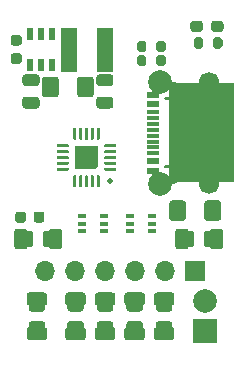
<source format=gbr>
%TF.GenerationSoftware,KiCad,Pcbnew,(5.1.9-0-10_14)*%
%TF.CreationDate,2021-06-16T11:10:57+01:00*%
%TF.ProjectId,Generic,47656e65-7269-4632-9e6b-696361645f70,4*%
%TF.SameCoordinates,Original*%
%TF.FileFunction,Soldermask,Top*%
%TF.FilePolarity,Negative*%
%FSLAX46Y46*%
G04 Gerber Fmt 4.6, Leading zero omitted, Abs format (unit mm)*
G04 Created by KiCad (PCBNEW (5.1.9-0-10_14)) date 2021-06-16 11:10:57*
%MOMM*%
%LPD*%
G01*
G04 APERTURE LIST*
%ADD10C,2.000000*%
%ADD11R,2.000000X2.000000*%
%ADD12R,0.650000X0.400000*%
%ADD13R,0.600000X1.100000*%
%ADD14R,1.425000X3.700000*%
%ADD15R,1.700000X1.700000*%
%ADD16O,1.700000X1.700000*%
%ADD17C,0.350000*%
%ADD18C,0.500000*%
%ADD19C,0.100000*%
%ADD20R,1.140000X0.600000*%
%ADD21C,1.700000*%
%ADD22R,1.140000X0.300000*%
G04 APERTURE END LIST*
D10*
%TO.C,J3*%
X126600000Y-125460000D03*
D11*
X126600000Y-128000000D03*
%TD*%
%TO.C,R16*%
G36*
G01*
X126475000Y-103325000D02*
X126475000Y-103875000D01*
G75*
G02*
X126275000Y-104075000I-200000J0D01*
G01*
X125875000Y-104075000D01*
G75*
G02*
X125675000Y-103875000I0J200000D01*
G01*
X125675000Y-103325000D01*
G75*
G02*
X125875000Y-103125000I200000J0D01*
G01*
X126275000Y-103125000D01*
G75*
G02*
X126475000Y-103325000I0J-200000D01*
G01*
G37*
G36*
G01*
X128125000Y-103325000D02*
X128125000Y-103875000D01*
G75*
G02*
X127925000Y-104075000I-200000J0D01*
G01*
X127525000Y-104075000D01*
G75*
G02*
X127325000Y-103875000I0J200000D01*
G01*
X127325000Y-103325000D01*
G75*
G02*
X127525000Y-103125000I200000J0D01*
G01*
X127925000Y-103125000D01*
G75*
G02*
X128125000Y-103325000I0J-200000D01*
G01*
G37*
%TD*%
%TO.C,D6*%
G36*
G01*
X126575000Y-118425000D02*
X126575000Y-117175000D01*
G75*
G02*
X126825000Y-116925000I250000J0D01*
G01*
X127750000Y-116925000D01*
G75*
G02*
X128000000Y-117175000I0J-250000D01*
G01*
X128000000Y-118425000D01*
G75*
G02*
X127750000Y-118675000I-250000J0D01*
G01*
X126825000Y-118675000D01*
G75*
G02*
X126575000Y-118425000I0J250000D01*
G01*
G37*
G36*
G01*
X123600000Y-118425000D02*
X123600000Y-117175000D01*
G75*
G02*
X123850000Y-116925000I250000J0D01*
G01*
X124775000Y-116925000D01*
G75*
G02*
X125025000Y-117175000I0J-250000D01*
G01*
X125025000Y-118425000D01*
G75*
G02*
X124775000Y-118675000I-250000J0D01*
G01*
X123850000Y-118675000D01*
G75*
G02*
X123600000Y-118425000I0J250000D01*
G01*
G37*
%TD*%
%TO.C,D5*%
G36*
G01*
X126450000Y-101962500D02*
X126450000Y-102437500D01*
G75*
G02*
X126212500Y-102675000I-237500J0D01*
G01*
X125637500Y-102675000D01*
G75*
G02*
X125400000Y-102437500I0J237500D01*
G01*
X125400000Y-101962500D01*
G75*
G02*
X125637500Y-101725000I237500J0D01*
G01*
X126212500Y-101725000D01*
G75*
G02*
X126450000Y-101962500I0J-237500D01*
G01*
G37*
G36*
G01*
X128200000Y-101962500D02*
X128200000Y-102437500D01*
G75*
G02*
X127962500Y-102675000I-237500J0D01*
G01*
X127387500Y-102675000D01*
G75*
G02*
X127150000Y-102437500I0J237500D01*
G01*
X127150000Y-101962500D01*
G75*
G02*
X127387500Y-101725000I237500J0D01*
G01*
X127962500Y-101725000D01*
G75*
G02*
X128200000Y-101962500I0J-237500D01*
G01*
G37*
%TD*%
D12*
%TO.C,D3*%
X118100000Y-118250000D03*
X118100000Y-119550000D03*
X116200000Y-118900000D03*
X118100000Y-118900000D03*
X116200000Y-119550000D03*
X116200000Y-118250000D03*
%TD*%
%TO.C,D2*%
X122150000Y-118250000D03*
X122150000Y-119550000D03*
X120250000Y-118900000D03*
X122150000Y-118900000D03*
X120250000Y-119550000D03*
X120250000Y-118250000D03*
%TD*%
%TO.C,C2*%
G36*
G01*
X111475000Y-118100000D02*
X111475000Y-118600000D01*
G75*
G02*
X111250000Y-118825000I-225000J0D01*
G01*
X110800000Y-118825000D01*
G75*
G02*
X110575000Y-118600000I0J225000D01*
G01*
X110575000Y-118100000D01*
G75*
G02*
X110800000Y-117875000I225000J0D01*
G01*
X111250000Y-117875000D01*
G75*
G02*
X111475000Y-118100000I0J-225000D01*
G01*
G37*
G36*
G01*
X113025000Y-118100000D02*
X113025000Y-118600000D01*
G75*
G02*
X112800000Y-118825000I-225000J0D01*
G01*
X112350000Y-118825000D01*
G75*
G02*
X112125000Y-118600000I0J225000D01*
G01*
X112125000Y-118100000D01*
G75*
G02*
X112350000Y-117875000I225000J0D01*
G01*
X112800000Y-117875000D01*
G75*
G02*
X113025000Y-118100000I0J-225000D01*
G01*
G37*
%TD*%
D13*
%TO.C,Reg1*%
X113700000Y-102800000D03*
X111800000Y-102800000D03*
X112750000Y-102800000D03*
X111800000Y-105500000D03*
X112750000Y-105500000D03*
X113700000Y-105500000D03*
G36*
G01*
X117675000Y-106250000D02*
X118625000Y-106250000D01*
G75*
G02*
X118875000Y-106500000I0J-250000D01*
G01*
X118875000Y-107000000D01*
G75*
G02*
X118625000Y-107250000I-250000J0D01*
G01*
X117675000Y-107250000D01*
G75*
G02*
X117425000Y-107000000I0J250000D01*
G01*
X117425000Y-106500000D01*
G75*
G02*
X117675000Y-106250000I250000J0D01*
G01*
G37*
G36*
G01*
X117675000Y-108150000D02*
X118625000Y-108150000D01*
G75*
G02*
X118875000Y-108400000I0J-250000D01*
G01*
X118875000Y-108900000D01*
G75*
G02*
X118625000Y-109150000I-250000J0D01*
G01*
X117675000Y-109150000D01*
G75*
G02*
X117425000Y-108900000I0J250000D01*
G01*
X117425000Y-108400000D01*
G75*
G02*
X117675000Y-108150000I250000J0D01*
G01*
G37*
G36*
G01*
X111425000Y-108150000D02*
X112375000Y-108150000D01*
G75*
G02*
X112625000Y-108400000I0J-250000D01*
G01*
X112625000Y-108900000D01*
G75*
G02*
X112375000Y-109150000I-250000J0D01*
G01*
X111425000Y-109150000D01*
G75*
G02*
X111175000Y-108900000I0J250000D01*
G01*
X111175000Y-108400000D01*
G75*
G02*
X111425000Y-108150000I250000J0D01*
G01*
G37*
G36*
G01*
X111425000Y-106250000D02*
X112375000Y-106250000D01*
G75*
G02*
X112625000Y-106500000I0J-250000D01*
G01*
X112625000Y-107000000D01*
G75*
G02*
X112375000Y-107250000I-250000J0D01*
G01*
X111425000Y-107250000D01*
G75*
G02*
X111175000Y-107000000I0J250000D01*
G01*
X111175000Y-106500000D01*
G75*
G02*
X111425000Y-106250000I250000J0D01*
G01*
G37*
G36*
G01*
X110900000Y-103825000D02*
X110400000Y-103825000D01*
G75*
G02*
X110175000Y-103600000I0J225000D01*
G01*
X110175000Y-103150000D01*
G75*
G02*
X110400000Y-102925000I225000J0D01*
G01*
X110900000Y-102925000D01*
G75*
G02*
X111125000Y-103150000I0J-225000D01*
G01*
X111125000Y-103600000D01*
G75*
G02*
X110900000Y-103825000I-225000J0D01*
G01*
G37*
G36*
G01*
X110900000Y-105375000D02*
X110400000Y-105375000D01*
G75*
G02*
X110175000Y-105150000I0J225000D01*
G01*
X110175000Y-104700000D01*
G75*
G02*
X110400000Y-104475000I225000J0D01*
G01*
X110900000Y-104475000D01*
G75*
G02*
X111125000Y-104700000I0J-225000D01*
G01*
X111125000Y-105150000D01*
G75*
G02*
X110900000Y-105375000I-225000J0D01*
G01*
G37*
G36*
G01*
X112825000Y-107945626D02*
X112825000Y-106694374D01*
G75*
G02*
X113074374Y-106445000I249374J0D01*
G01*
X114000626Y-106445000D01*
G75*
G02*
X114250000Y-106694374I0J-249374D01*
G01*
X114250000Y-107945626D01*
G75*
G02*
X114000626Y-108195000I-249374J0D01*
G01*
X113074374Y-108195000D01*
G75*
G02*
X112825000Y-107945626I0J249374D01*
G01*
G37*
G36*
G01*
X115800000Y-107945626D02*
X115800000Y-106694374D01*
G75*
G02*
X116049374Y-106445000I249374J0D01*
G01*
X116975626Y-106445000D01*
G75*
G02*
X117225000Y-106694374I0J-249374D01*
G01*
X117225000Y-107945626D01*
G75*
G02*
X116975626Y-108195000I-249374J0D01*
G01*
X116049374Y-108195000D01*
G75*
G02*
X115800000Y-107945626I0J249374D01*
G01*
G37*
D14*
X118150000Y-104200000D03*
X115150000Y-104200000D03*
%TD*%
%TO.C,R8*%
G36*
G01*
X121675000Y-104825000D02*
X121675000Y-105375000D01*
G75*
G02*
X121475000Y-105575000I-200000J0D01*
G01*
X121075000Y-105575000D01*
G75*
G02*
X120875000Y-105375000I0J200000D01*
G01*
X120875000Y-104825000D01*
G75*
G02*
X121075000Y-104625000I200000J0D01*
G01*
X121475000Y-104625000D01*
G75*
G02*
X121675000Y-104825000I0J-200000D01*
G01*
G37*
G36*
G01*
X123325000Y-104825000D02*
X123325000Y-105375000D01*
G75*
G02*
X123125000Y-105575000I-200000J0D01*
G01*
X122725000Y-105575000D01*
G75*
G02*
X122525000Y-105375000I0J200000D01*
G01*
X122525000Y-104825000D01*
G75*
G02*
X122725000Y-104625000I200000J0D01*
G01*
X123125000Y-104625000D01*
G75*
G02*
X123325000Y-104825000I0J-200000D01*
G01*
G37*
%TD*%
%TO.C,R7*%
G36*
G01*
X122525000Y-104175000D02*
X122525000Y-103625000D01*
G75*
G02*
X122725000Y-103425000I200000J0D01*
G01*
X123125000Y-103425000D01*
G75*
G02*
X123325000Y-103625000I0J-200000D01*
G01*
X123325000Y-104175000D01*
G75*
G02*
X123125000Y-104375000I-200000J0D01*
G01*
X122725000Y-104375000D01*
G75*
G02*
X122525000Y-104175000I0J200000D01*
G01*
G37*
G36*
G01*
X120875000Y-104175000D02*
X120875000Y-103625000D01*
G75*
G02*
X121075000Y-103425000I200000J0D01*
G01*
X121475000Y-103425000D01*
G75*
G02*
X121675000Y-103625000I0J-200000D01*
G01*
X121675000Y-104175000D01*
G75*
G02*
X121475000Y-104375000I-200000J0D01*
G01*
X121075000Y-104375000D01*
G75*
G02*
X120875000Y-104175000I0J200000D01*
G01*
G37*
%TD*%
%TO.C,R6*%
G36*
G01*
X111075000Y-120649900D02*
X111075000Y-119750100D01*
G75*
G02*
X111325100Y-119500000I250100J0D01*
G01*
X111849900Y-119500000D01*
G75*
G02*
X112100000Y-119750100I0J-250100D01*
G01*
X112100000Y-120649900D01*
G75*
G02*
X111849900Y-120900000I-250100J0D01*
G01*
X111325100Y-120900000D01*
G75*
G02*
X111075000Y-120649900I0J250100D01*
G01*
G37*
G36*
G01*
X112900000Y-120649900D02*
X112900000Y-119750100D01*
G75*
G02*
X113150100Y-119500000I250100J0D01*
G01*
X113674900Y-119500000D01*
G75*
G02*
X113925000Y-119750100I0J-250100D01*
G01*
X113925000Y-120649900D01*
G75*
G02*
X113674900Y-120900000I-250100J0D01*
G01*
X113150100Y-120900000D01*
G75*
G02*
X112900000Y-120649900I0J250100D01*
G01*
G37*
G36*
G01*
X113400000Y-120825250D02*
X113400000Y-119574750D01*
G75*
G02*
X113649750Y-119325000I249750J0D01*
G01*
X114275250Y-119325000D01*
G75*
G02*
X114525000Y-119574750I0J-249750D01*
G01*
X114525000Y-120825250D01*
G75*
G02*
X114275250Y-121075000I-249750J0D01*
G01*
X113649750Y-121075000D01*
G75*
G02*
X113400000Y-120825250I0J249750D01*
G01*
G37*
G36*
G01*
X110475000Y-120825250D02*
X110475000Y-119574750D01*
G75*
G02*
X110724750Y-119325000I249750J0D01*
G01*
X111350250Y-119325000D01*
G75*
G02*
X111600000Y-119574750I0J-249750D01*
G01*
X111600000Y-120825250D01*
G75*
G02*
X111350250Y-121075000I-249750J0D01*
G01*
X110724750Y-121075000D01*
G75*
G02*
X110475000Y-120825250I0J249750D01*
G01*
G37*
%TD*%
%TO.C,R5*%
G36*
G01*
X112849900Y-128175000D02*
X111950100Y-128175000D01*
G75*
G02*
X111700000Y-127924900I0J250100D01*
G01*
X111700000Y-127400100D01*
G75*
G02*
X111950100Y-127150000I250100J0D01*
G01*
X112849900Y-127150000D01*
G75*
G02*
X113100000Y-127400100I0J-250100D01*
G01*
X113100000Y-127924900D01*
G75*
G02*
X112849900Y-128175000I-250100J0D01*
G01*
G37*
G36*
G01*
X112849900Y-126350000D02*
X111950100Y-126350000D01*
G75*
G02*
X111700000Y-126099900I0J250100D01*
G01*
X111700000Y-125575100D01*
G75*
G02*
X111950100Y-125325000I250100J0D01*
G01*
X112849900Y-125325000D01*
G75*
G02*
X113100000Y-125575100I0J-250100D01*
G01*
X113100000Y-126099900D01*
G75*
G02*
X112849900Y-126350000I-250100J0D01*
G01*
G37*
G36*
G01*
X113025250Y-125850000D02*
X111774750Y-125850000D01*
G75*
G02*
X111525000Y-125600250I0J249750D01*
G01*
X111525000Y-124974750D01*
G75*
G02*
X111774750Y-124725000I249750J0D01*
G01*
X113025250Y-124725000D01*
G75*
G02*
X113275000Y-124974750I0J-249750D01*
G01*
X113275000Y-125600250D01*
G75*
G02*
X113025250Y-125850000I-249750J0D01*
G01*
G37*
G36*
G01*
X113025250Y-128775000D02*
X111774750Y-128775000D01*
G75*
G02*
X111525000Y-128525250I0J249750D01*
G01*
X111525000Y-127899750D01*
G75*
G02*
X111774750Y-127650000I249750J0D01*
G01*
X113025250Y-127650000D01*
G75*
G02*
X113275000Y-127899750I0J-249750D01*
G01*
X113275000Y-128525250D01*
G75*
G02*
X113025250Y-128775000I-249750J0D01*
G01*
G37*
%TD*%
%TO.C,R4*%
G36*
G01*
X116119900Y-128175000D02*
X115220100Y-128175000D01*
G75*
G02*
X114970000Y-127924900I0J250100D01*
G01*
X114970000Y-127400100D01*
G75*
G02*
X115220100Y-127150000I250100J0D01*
G01*
X116119900Y-127150000D01*
G75*
G02*
X116370000Y-127400100I0J-250100D01*
G01*
X116370000Y-127924900D01*
G75*
G02*
X116119900Y-128175000I-250100J0D01*
G01*
G37*
G36*
G01*
X116119900Y-126350000D02*
X115220100Y-126350000D01*
G75*
G02*
X114970000Y-126099900I0J250100D01*
G01*
X114970000Y-125575100D01*
G75*
G02*
X115220100Y-125325000I250100J0D01*
G01*
X116119900Y-125325000D01*
G75*
G02*
X116370000Y-125575100I0J-250100D01*
G01*
X116370000Y-126099900D01*
G75*
G02*
X116119900Y-126350000I-250100J0D01*
G01*
G37*
G36*
G01*
X116295250Y-125850000D02*
X115044750Y-125850000D01*
G75*
G02*
X114795000Y-125600250I0J249750D01*
G01*
X114795000Y-124974750D01*
G75*
G02*
X115044750Y-124725000I249750J0D01*
G01*
X116295250Y-124725000D01*
G75*
G02*
X116545000Y-124974750I0J-249750D01*
G01*
X116545000Y-125600250D01*
G75*
G02*
X116295250Y-125850000I-249750J0D01*
G01*
G37*
G36*
G01*
X116295250Y-128775000D02*
X115044750Y-128775000D01*
G75*
G02*
X114795000Y-128525250I0J249750D01*
G01*
X114795000Y-127899750D01*
G75*
G02*
X115044750Y-127650000I249750J0D01*
G01*
X116295250Y-127650000D01*
G75*
G02*
X116545000Y-127899750I0J-249750D01*
G01*
X116545000Y-128525250D01*
G75*
G02*
X116295250Y-128775000I-249750J0D01*
G01*
G37*
%TD*%
%TO.C,R3*%
G36*
G01*
X118619900Y-128175000D02*
X117720100Y-128175000D01*
G75*
G02*
X117470000Y-127924900I0J250100D01*
G01*
X117470000Y-127400100D01*
G75*
G02*
X117720100Y-127150000I250100J0D01*
G01*
X118619900Y-127150000D01*
G75*
G02*
X118870000Y-127400100I0J-250100D01*
G01*
X118870000Y-127924900D01*
G75*
G02*
X118619900Y-128175000I-250100J0D01*
G01*
G37*
G36*
G01*
X118619900Y-126350000D02*
X117720100Y-126350000D01*
G75*
G02*
X117470000Y-126099900I0J250100D01*
G01*
X117470000Y-125575100D01*
G75*
G02*
X117720100Y-125325000I250100J0D01*
G01*
X118619900Y-125325000D01*
G75*
G02*
X118870000Y-125575100I0J-250100D01*
G01*
X118870000Y-126099900D01*
G75*
G02*
X118619900Y-126350000I-250100J0D01*
G01*
G37*
G36*
G01*
X118795250Y-125850000D02*
X117544750Y-125850000D01*
G75*
G02*
X117295000Y-125600250I0J249750D01*
G01*
X117295000Y-124974750D01*
G75*
G02*
X117544750Y-124725000I249750J0D01*
G01*
X118795250Y-124725000D01*
G75*
G02*
X119045000Y-124974750I0J-249750D01*
G01*
X119045000Y-125600250D01*
G75*
G02*
X118795250Y-125850000I-249750J0D01*
G01*
G37*
G36*
G01*
X118795250Y-128775000D02*
X117544750Y-128775000D01*
G75*
G02*
X117295000Y-128525250I0J249750D01*
G01*
X117295000Y-127899750D01*
G75*
G02*
X117544750Y-127650000I249750J0D01*
G01*
X118795250Y-127650000D01*
G75*
G02*
X119045000Y-127899750I0J-249750D01*
G01*
X119045000Y-128525250D01*
G75*
G02*
X118795250Y-128775000I-249750J0D01*
G01*
G37*
%TD*%
%TO.C,R2*%
G36*
G01*
X121119900Y-128175000D02*
X120220100Y-128175000D01*
G75*
G02*
X119970000Y-127924900I0J250100D01*
G01*
X119970000Y-127400100D01*
G75*
G02*
X120220100Y-127150000I250100J0D01*
G01*
X121119900Y-127150000D01*
G75*
G02*
X121370000Y-127400100I0J-250100D01*
G01*
X121370000Y-127924900D01*
G75*
G02*
X121119900Y-128175000I-250100J0D01*
G01*
G37*
G36*
G01*
X121119900Y-126350000D02*
X120220100Y-126350000D01*
G75*
G02*
X119970000Y-126099900I0J250100D01*
G01*
X119970000Y-125575100D01*
G75*
G02*
X120220100Y-125325000I250100J0D01*
G01*
X121119900Y-125325000D01*
G75*
G02*
X121370000Y-125575100I0J-250100D01*
G01*
X121370000Y-126099900D01*
G75*
G02*
X121119900Y-126350000I-250100J0D01*
G01*
G37*
G36*
G01*
X121295250Y-125850000D02*
X120044750Y-125850000D01*
G75*
G02*
X119795000Y-125600250I0J249750D01*
G01*
X119795000Y-124974750D01*
G75*
G02*
X120044750Y-124725000I249750J0D01*
G01*
X121295250Y-124725000D01*
G75*
G02*
X121545000Y-124974750I0J-249750D01*
G01*
X121545000Y-125600250D01*
G75*
G02*
X121295250Y-125850000I-249750J0D01*
G01*
G37*
G36*
G01*
X121295250Y-128775000D02*
X120044750Y-128775000D01*
G75*
G02*
X119795000Y-128525250I0J249750D01*
G01*
X119795000Y-127899750D01*
G75*
G02*
X120044750Y-127650000I249750J0D01*
G01*
X121295250Y-127650000D01*
G75*
G02*
X121545000Y-127899750I0J-249750D01*
G01*
X121545000Y-128525250D01*
G75*
G02*
X121295250Y-128775000I-249750J0D01*
G01*
G37*
%TD*%
%TO.C,R1*%
G36*
G01*
X123619900Y-128175000D02*
X122720100Y-128175000D01*
G75*
G02*
X122470000Y-127924900I0J250100D01*
G01*
X122470000Y-127400100D01*
G75*
G02*
X122720100Y-127150000I250100J0D01*
G01*
X123619900Y-127150000D01*
G75*
G02*
X123870000Y-127400100I0J-250100D01*
G01*
X123870000Y-127924900D01*
G75*
G02*
X123619900Y-128175000I-250100J0D01*
G01*
G37*
G36*
G01*
X123619900Y-126350000D02*
X122720100Y-126350000D01*
G75*
G02*
X122470000Y-126099900I0J250100D01*
G01*
X122470000Y-125575100D01*
G75*
G02*
X122720100Y-125325000I250100J0D01*
G01*
X123619900Y-125325000D01*
G75*
G02*
X123870000Y-125575100I0J-250100D01*
G01*
X123870000Y-126099900D01*
G75*
G02*
X123619900Y-126350000I-250100J0D01*
G01*
G37*
G36*
G01*
X123795250Y-125850000D02*
X122544750Y-125850000D01*
G75*
G02*
X122295000Y-125600250I0J249750D01*
G01*
X122295000Y-124974750D01*
G75*
G02*
X122544750Y-124725000I249750J0D01*
G01*
X123795250Y-124725000D01*
G75*
G02*
X124045000Y-124974750I0J-249750D01*
G01*
X124045000Y-125600250D01*
G75*
G02*
X123795250Y-125850000I-249750J0D01*
G01*
G37*
G36*
G01*
X123795250Y-128775000D02*
X122544750Y-128775000D01*
G75*
G02*
X122295000Y-128525250I0J249750D01*
G01*
X122295000Y-127899750D01*
G75*
G02*
X122544750Y-127650000I249750J0D01*
G01*
X123795250Y-127650000D01*
G75*
G02*
X124045000Y-127899750I0J-249750D01*
G01*
X124045000Y-128525250D01*
G75*
G02*
X123795250Y-128775000I-249750J0D01*
G01*
G37*
%TD*%
%TO.C,C1*%
G36*
G01*
X127562500Y-119750100D02*
X127562500Y-120649900D01*
G75*
G02*
X127312400Y-120900000I-250100J0D01*
G01*
X126787600Y-120900000D01*
G75*
G02*
X126537500Y-120649900I0J250100D01*
G01*
X126537500Y-119750100D01*
G75*
G02*
X126787600Y-119500000I250100J0D01*
G01*
X127312400Y-119500000D01*
G75*
G02*
X127562500Y-119750100I0J-250100D01*
G01*
G37*
G36*
G01*
X125737500Y-119750100D02*
X125737500Y-120649900D01*
G75*
G02*
X125487400Y-120900000I-250100J0D01*
G01*
X124962600Y-120900000D01*
G75*
G02*
X124712500Y-120649900I0J250100D01*
G01*
X124712500Y-119750100D01*
G75*
G02*
X124962600Y-119500000I250100J0D01*
G01*
X125487400Y-119500000D01*
G75*
G02*
X125737500Y-119750100I0J-250100D01*
G01*
G37*
G36*
G01*
X125237500Y-119574750D02*
X125237500Y-120825250D01*
G75*
G02*
X124987750Y-121075000I-249750J0D01*
G01*
X124362250Y-121075000D01*
G75*
G02*
X124112500Y-120825250I0J249750D01*
G01*
X124112500Y-119574750D01*
G75*
G02*
X124362250Y-119325000I249750J0D01*
G01*
X124987750Y-119325000D01*
G75*
G02*
X125237500Y-119574750I0J-249750D01*
G01*
G37*
G36*
G01*
X128162500Y-119574750D02*
X128162500Y-120825250D01*
G75*
G02*
X127912750Y-121075000I-249750J0D01*
G01*
X127287250Y-121075000D01*
G75*
G02*
X127037500Y-120825250I0J249750D01*
G01*
X127037500Y-119574750D01*
G75*
G02*
X127287250Y-119325000I249750J0D01*
G01*
X127912750Y-119325000D01*
G75*
G02*
X128162500Y-119574750I0J-249750D01*
G01*
G37*
%TD*%
D15*
%TO.C,J1*%
X125745000Y-122900000D03*
D16*
X123205000Y-122900000D03*
X120665000Y-122900000D03*
X118125000Y-122900000D03*
X115585000Y-122900000D03*
X113045000Y-122900000D03*
%TD*%
D17*
%TO.C,U2*%
X116600000Y-113300000D03*
D18*
X118600000Y-115300000D03*
D19*
G36*
X115600000Y-112300000D02*
G01*
X117600000Y-112300000D01*
X117600000Y-114050000D01*
X117350000Y-114300000D01*
X115600000Y-114300000D01*
X115600000Y-112300000D01*
G37*
G36*
G01*
X117725000Y-114862500D02*
X117725000Y-115737500D01*
G75*
G02*
X117662500Y-115800000I-62500J0D01*
G01*
X117537500Y-115800000D01*
G75*
G02*
X117475000Y-115737500I0J62500D01*
G01*
X117475000Y-114862500D01*
G75*
G02*
X117537500Y-114800000I62500J0D01*
G01*
X117662500Y-114800000D01*
G75*
G02*
X117725000Y-114862500I0J-62500D01*
G01*
G37*
G36*
G01*
X117225000Y-114862500D02*
X117225000Y-115737500D01*
G75*
G02*
X117162500Y-115800000I-62500J0D01*
G01*
X117037500Y-115800000D01*
G75*
G02*
X116975000Y-115737500I0J62500D01*
G01*
X116975000Y-114862500D01*
G75*
G02*
X117037500Y-114800000I62500J0D01*
G01*
X117162500Y-114800000D01*
G75*
G02*
X117225000Y-114862500I0J-62500D01*
G01*
G37*
G36*
G01*
X116725000Y-114862500D02*
X116725000Y-115737500D01*
G75*
G02*
X116662500Y-115800000I-62500J0D01*
G01*
X116537500Y-115800000D01*
G75*
G02*
X116475000Y-115737500I0J62500D01*
G01*
X116475000Y-114862500D01*
G75*
G02*
X116537500Y-114800000I62500J0D01*
G01*
X116662500Y-114800000D01*
G75*
G02*
X116725000Y-114862500I0J-62500D01*
G01*
G37*
G36*
G01*
X116225000Y-114862500D02*
X116225000Y-115737500D01*
G75*
G02*
X116162500Y-115800000I-62500J0D01*
G01*
X116037500Y-115800000D01*
G75*
G02*
X115975000Y-115737500I0J62500D01*
G01*
X115975000Y-114862500D01*
G75*
G02*
X116037500Y-114800000I62500J0D01*
G01*
X116162500Y-114800000D01*
G75*
G02*
X116225000Y-114862500I0J-62500D01*
G01*
G37*
G36*
G01*
X115725000Y-114862500D02*
X115725000Y-115737500D01*
G75*
G02*
X115662500Y-115800000I-62500J0D01*
G01*
X115537500Y-115800000D01*
G75*
G02*
X115475000Y-115737500I0J62500D01*
G01*
X115475000Y-114862500D01*
G75*
G02*
X115537500Y-114800000I62500J0D01*
G01*
X115662500Y-114800000D01*
G75*
G02*
X115725000Y-114862500I0J-62500D01*
G01*
G37*
G36*
G01*
X115100000Y-114237500D02*
X115100000Y-114362500D01*
G75*
G02*
X115037500Y-114425000I-62500J0D01*
G01*
X114162500Y-114425000D01*
G75*
G02*
X114100000Y-114362500I0J62500D01*
G01*
X114100000Y-114237500D01*
G75*
G02*
X114162500Y-114175000I62500J0D01*
G01*
X115037500Y-114175000D01*
G75*
G02*
X115100000Y-114237500I0J-62500D01*
G01*
G37*
G36*
G01*
X115100000Y-113737500D02*
X115100000Y-113862500D01*
G75*
G02*
X115037500Y-113925000I-62500J0D01*
G01*
X114162500Y-113925000D01*
G75*
G02*
X114100000Y-113862500I0J62500D01*
G01*
X114100000Y-113737500D01*
G75*
G02*
X114162500Y-113675000I62500J0D01*
G01*
X115037500Y-113675000D01*
G75*
G02*
X115100000Y-113737500I0J-62500D01*
G01*
G37*
G36*
G01*
X115100000Y-113237500D02*
X115100000Y-113362500D01*
G75*
G02*
X115037500Y-113425000I-62500J0D01*
G01*
X114162500Y-113425000D01*
G75*
G02*
X114100000Y-113362500I0J62500D01*
G01*
X114100000Y-113237500D01*
G75*
G02*
X114162500Y-113175000I62500J0D01*
G01*
X115037500Y-113175000D01*
G75*
G02*
X115100000Y-113237500I0J-62500D01*
G01*
G37*
G36*
G01*
X115100000Y-112737500D02*
X115100000Y-112862500D01*
G75*
G02*
X115037500Y-112925000I-62500J0D01*
G01*
X114162500Y-112925000D01*
G75*
G02*
X114100000Y-112862500I0J62500D01*
G01*
X114100000Y-112737500D01*
G75*
G02*
X114162500Y-112675000I62500J0D01*
G01*
X115037500Y-112675000D01*
G75*
G02*
X115100000Y-112737500I0J-62500D01*
G01*
G37*
G36*
G01*
X115100000Y-112237500D02*
X115100000Y-112362500D01*
G75*
G02*
X115037500Y-112425000I-62500J0D01*
G01*
X114162500Y-112425000D01*
G75*
G02*
X114100000Y-112362500I0J62500D01*
G01*
X114100000Y-112237500D01*
G75*
G02*
X114162500Y-112175000I62500J0D01*
G01*
X115037500Y-112175000D01*
G75*
G02*
X115100000Y-112237500I0J-62500D01*
G01*
G37*
G36*
G01*
X115725000Y-110862500D02*
X115725000Y-111737500D01*
G75*
G02*
X115662500Y-111800000I-62500J0D01*
G01*
X115537500Y-111800000D01*
G75*
G02*
X115475000Y-111737500I0J62500D01*
G01*
X115475000Y-110862500D01*
G75*
G02*
X115537500Y-110800000I62500J0D01*
G01*
X115662500Y-110800000D01*
G75*
G02*
X115725000Y-110862500I0J-62500D01*
G01*
G37*
G36*
G01*
X116225000Y-110862500D02*
X116225000Y-111737500D01*
G75*
G02*
X116162500Y-111800000I-62500J0D01*
G01*
X116037500Y-111800000D01*
G75*
G02*
X115975000Y-111737500I0J62500D01*
G01*
X115975000Y-110862500D01*
G75*
G02*
X116037500Y-110800000I62500J0D01*
G01*
X116162500Y-110800000D01*
G75*
G02*
X116225000Y-110862500I0J-62500D01*
G01*
G37*
G36*
G01*
X116725000Y-110862500D02*
X116725000Y-111737500D01*
G75*
G02*
X116662500Y-111800000I-62500J0D01*
G01*
X116537500Y-111800000D01*
G75*
G02*
X116475000Y-111737500I0J62500D01*
G01*
X116475000Y-110862500D01*
G75*
G02*
X116537500Y-110800000I62500J0D01*
G01*
X116662500Y-110800000D01*
G75*
G02*
X116725000Y-110862500I0J-62500D01*
G01*
G37*
G36*
G01*
X117225000Y-110862500D02*
X117225000Y-111737500D01*
G75*
G02*
X117162500Y-111800000I-62500J0D01*
G01*
X117037500Y-111800000D01*
G75*
G02*
X116975000Y-111737500I0J62500D01*
G01*
X116975000Y-110862500D01*
G75*
G02*
X117037500Y-110800000I62500J0D01*
G01*
X117162500Y-110800000D01*
G75*
G02*
X117225000Y-110862500I0J-62500D01*
G01*
G37*
G36*
G01*
X117725000Y-110862500D02*
X117725000Y-111737500D01*
G75*
G02*
X117662500Y-111800000I-62500J0D01*
G01*
X117537500Y-111800000D01*
G75*
G02*
X117475000Y-111737500I0J62500D01*
G01*
X117475000Y-110862500D01*
G75*
G02*
X117537500Y-110800000I62500J0D01*
G01*
X117662500Y-110800000D01*
G75*
G02*
X117725000Y-110862500I0J-62500D01*
G01*
G37*
G36*
G01*
X119100000Y-112237500D02*
X119100000Y-112362500D01*
G75*
G02*
X119037500Y-112425000I-62500J0D01*
G01*
X118162500Y-112425000D01*
G75*
G02*
X118100000Y-112362500I0J62500D01*
G01*
X118100000Y-112237500D01*
G75*
G02*
X118162500Y-112175000I62500J0D01*
G01*
X119037500Y-112175000D01*
G75*
G02*
X119100000Y-112237500I0J-62500D01*
G01*
G37*
G36*
G01*
X119100000Y-112737500D02*
X119100000Y-112862500D01*
G75*
G02*
X119037500Y-112925000I-62500J0D01*
G01*
X118162500Y-112925000D01*
G75*
G02*
X118100000Y-112862500I0J62500D01*
G01*
X118100000Y-112737500D01*
G75*
G02*
X118162500Y-112675000I62500J0D01*
G01*
X119037500Y-112675000D01*
G75*
G02*
X119100000Y-112737500I0J-62500D01*
G01*
G37*
G36*
G01*
X119100000Y-113237500D02*
X119100000Y-113362500D01*
G75*
G02*
X119037500Y-113425000I-62500J0D01*
G01*
X118162500Y-113425000D01*
G75*
G02*
X118100000Y-113362500I0J62500D01*
G01*
X118100000Y-113237500D01*
G75*
G02*
X118162500Y-113175000I62500J0D01*
G01*
X119037500Y-113175000D01*
G75*
G02*
X119100000Y-113237500I0J-62500D01*
G01*
G37*
G36*
G01*
X119100000Y-113737500D02*
X119100000Y-113862500D01*
G75*
G02*
X119037500Y-113925000I-62500J0D01*
G01*
X118162500Y-113925000D01*
G75*
G02*
X118100000Y-113862500I0J62500D01*
G01*
X118100000Y-113737500D01*
G75*
G02*
X118162500Y-113675000I62500J0D01*
G01*
X119037500Y-113675000D01*
G75*
G02*
X119100000Y-113737500I0J-62500D01*
G01*
G37*
G36*
G01*
X119100000Y-114237500D02*
X119100000Y-114362500D01*
G75*
G02*
X119037500Y-114425000I-62500J0D01*
G01*
X118162500Y-114425000D01*
G75*
G02*
X118100000Y-114362500I0J62500D01*
G01*
X118100000Y-114237500D01*
G75*
G02*
X118162500Y-114175000I62500J0D01*
G01*
X119037500Y-114175000D01*
G75*
G02*
X119100000Y-114237500I0J-62500D01*
G01*
G37*
%TD*%
%TO.C,J2*%
G36*
X122115684Y-114386936D02*
G01*
X122117553Y-114374868D01*
X122120589Y-114363040D01*
X122124766Y-114351563D01*
X122130043Y-114340550D01*
X122136369Y-114330103D01*
X122143684Y-114320325D01*
X122151919Y-114311306D01*
X122160995Y-114303134D01*
X122170824Y-114295886D01*
X122181314Y-114289634D01*
X122192364Y-114284433D01*
X122203868Y-114280336D01*
X122215718Y-114277381D01*
X122227800Y-114275597D01*
X122239998Y-114275000D01*
X122252195Y-114275597D01*
X122264277Y-114277380D01*
X122276127Y-114280335D01*
X122287631Y-114284431D01*
X122298682Y-114289631D01*
X122309172Y-114295884D01*
X122319002Y-114303131D01*
X122328077Y-114311303D01*
X122336312Y-114320320D01*
X122343628Y-114330099D01*
X122349954Y-114340545D01*
X122355232Y-114351558D01*
X122359409Y-114363034D01*
X122362446Y-114374863D01*
X122364315Y-114386932D01*
X122364997Y-114399125D01*
X122365082Y-114411210D01*
X122371318Y-114510337D01*
X122386779Y-114605799D01*
X122411485Y-114699306D01*
X122445193Y-114789942D01*
X122487585Y-114876861D01*
X122538261Y-114959234D01*
X122596731Y-115036265D01*
X122662437Y-115107221D01*
X122734760Y-115171431D01*
X122812991Y-115228269D01*
X122896404Y-115277208D01*
X122984191Y-115317772D01*
X123075523Y-115349577D01*
X123169522Y-115372318D01*
X123215977Y-115378847D01*
X123298150Y-115373677D01*
X123610000Y-115323168D01*
X123610000Y-114198629D01*
X123358200Y-114214471D01*
X123356458Y-114214569D01*
X123353835Y-114214569D01*
X123351225Y-114214715D01*
X123310874Y-114214997D01*
X123309129Y-114214997D01*
X123296934Y-114214315D01*
X123284866Y-114212447D01*
X123273038Y-114209410D01*
X123261561Y-114205233D01*
X123250548Y-114199956D01*
X123240102Y-114193630D01*
X123230323Y-114186315D01*
X123221304Y-114178080D01*
X123213133Y-114169004D01*
X123205885Y-114159174D01*
X123199632Y-114148685D01*
X123194432Y-114137635D01*
X123190336Y-114126130D01*
X123187381Y-114114281D01*
X123185596Y-114102199D01*
X123185000Y-114090001D01*
X123185597Y-114077803D01*
X123187380Y-114065721D01*
X123190335Y-114053871D01*
X123194431Y-114042367D01*
X123199631Y-114031317D01*
X123205884Y-114020827D01*
X123213132Y-114010997D01*
X123221303Y-114001922D01*
X123230321Y-113993686D01*
X123240100Y-113986371D01*
X123250546Y-113980045D01*
X123261560Y-113974768D01*
X123273036Y-113970590D01*
X123284865Y-113967554D01*
X123296933Y-113965685D01*
X123309126Y-113965003D01*
X123345993Y-113964745D01*
X123610000Y-113948135D01*
X123610000Y-108452804D01*
X123579804Y-108448345D01*
X123303894Y-108434851D01*
X123302151Y-108434754D01*
X123290014Y-108433392D01*
X123278069Y-108430852D01*
X123266429Y-108427160D01*
X123255203Y-108422349D01*
X123244502Y-108416466D01*
X123234425Y-108409566D01*
X123225070Y-108401717D01*
X123216525Y-108392991D01*
X123208873Y-108383473D01*
X123202185Y-108373254D01*
X123196528Y-108362431D01*
X123191953Y-108351108D01*
X123188505Y-108339393D01*
X123186216Y-108327397D01*
X123185109Y-108315234D01*
X123185195Y-108303022D01*
X123186472Y-108290877D01*
X123188927Y-108278913D01*
X123192538Y-108267247D01*
X123197271Y-108255990D01*
X123203080Y-108245247D01*
X123209908Y-108235122D01*
X123217693Y-108225712D01*
X123226359Y-108217107D01*
X123235822Y-108209388D01*
X123245995Y-108202630D01*
X123256778Y-108196897D01*
X123268069Y-108192243D01*
X123279760Y-108188713D01*
X123291740Y-108186341D01*
X123303894Y-108185150D01*
X123316106Y-108185149D01*
X123598121Y-108198942D01*
X123599864Y-108199039D01*
X123605118Y-108199629D01*
X123610000Y-108200107D01*
X123610000Y-107074855D01*
X123239837Y-107020194D01*
X123226039Y-107019519D01*
X123155967Y-107030366D01*
X123062290Y-107054419D01*
X122971416Y-107087494D01*
X122884204Y-107129279D01*
X122801485Y-107179375D01*
X122724049Y-107237304D01*
X122652633Y-107302517D01*
X122587918Y-107374388D01*
X122530530Y-107452229D01*
X122481010Y-107535300D01*
X122439835Y-107622803D01*
X122407398Y-107713899D01*
X122384001Y-107807739D01*
X122369873Y-107903406D01*
X122364851Y-108006106D01*
X122364754Y-108007848D01*
X122363392Y-108019985D01*
X122360853Y-108031930D01*
X122357161Y-108043571D01*
X122352350Y-108054796D01*
X122346466Y-108065498D01*
X122339566Y-108075575D01*
X122331717Y-108084929D01*
X122322991Y-108093474D01*
X122313473Y-108101127D01*
X122303254Y-108107814D01*
X122292432Y-108113472D01*
X122281109Y-108118047D01*
X122269394Y-108121495D01*
X122257397Y-108123784D01*
X122245235Y-108124891D01*
X122233022Y-108124805D01*
X122220877Y-108123528D01*
X122208914Y-108121073D01*
X122197247Y-108117462D01*
X122185990Y-108112729D01*
X122175247Y-108106921D01*
X122165123Y-108100092D01*
X122155713Y-108092307D01*
X122147108Y-108083641D01*
X122139389Y-108074178D01*
X122132630Y-108064006D01*
X122126897Y-108053223D01*
X122122243Y-108041932D01*
X122118713Y-108030241D01*
X122116341Y-108018261D01*
X122115150Y-108006107D01*
X122115149Y-107993894D01*
X122120470Y-107885089D01*
X122120567Y-107883347D01*
X122121155Y-107878103D01*
X122121662Y-107872934D01*
X122137576Y-107765168D01*
X122137843Y-107763443D01*
X122138934Y-107758311D01*
X122139948Y-107753188D01*
X122166302Y-107647489D01*
X122166736Y-107645799D01*
X122168324Y-107640793D01*
X122169832Y-107635799D01*
X122206374Y-107533176D01*
X122206970Y-107531536D01*
X122209038Y-107526712D01*
X122211027Y-107521885D01*
X122257409Y-107423318D01*
X122258163Y-107421744D01*
X122260680Y-107417166D01*
X122263143Y-107412533D01*
X122318923Y-107318963D01*
X122319827Y-107317470D01*
X122322784Y-107313151D01*
X122325681Y-107308791D01*
X122390325Y-107221110D01*
X122391371Y-107219712D01*
X122394746Y-107215690D01*
X122398044Y-107211645D01*
X122470936Y-107130691D01*
X122472113Y-107129402D01*
X122475873Y-107125720D01*
X122479541Y-107122026D01*
X122559984Y-107048572D01*
X122561280Y-107047404D01*
X122565400Y-107044092D01*
X122569394Y-107040787D01*
X122656622Y-106975532D01*
X122658026Y-106974496D01*
X122662414Y-106971625D01*
X122666747Y-106968702D01*
X122720944Y-106935879D01*
X122716529Y-106927432D01*
X122711953Y-106916109D01*
X122708506Y-106904393D01*
X122706217Y-106892397D01*
X122705110Y-106880235D01*
X122705195Y-106868022D01*
X122706472Y-106855877D01*
X122708927Y-106843914D01*
X122712539Y-106832247D01*
X122717271Y-106820990D01*
X122723080Y-106810247D01*
X122729909Y-106800122D01*
X122737694Y-106790712D01*
X122746359Y-106782107D01*
X122755823Y-106774388D01*
X122765995Y-106767630D01*
X122776778Y-106761897D01*
X122788069Y-106757243D01*
X122799760Y-106753713D01*
X122811740Y-106751341D01*
X122823894Y-106750150D01*
X122836107Y-106750149D01*
X123212891Y-106768576D01*
X123219327Y-106767580D01*
X123221053Y-106767324D01*
X123226303Y-106766847D01*
X123231473Y-106766303D01*
X123340238Y-106760222D01*
X123341981Y-106760136D01*
X123347257Y-106760173D01*
X123352450Y-106760137D01*
X123461290Y-106764699D01*
X123463033Y-106764784D01*
X123468232Y-106765331D01*
X123473452Y-106765806D01*
X123581327Y-106780967D01*
X123583053Y-106781221D01*
X123588226Y-106782283D01*
X123593323Y-106783255D01*
X123699203Y-106808870D01*
X123700897Y-106809292D01*
X123705911Y-106810844D01*
X123710920Y-106812318D01*
X123813794Y-106848143D01*
X123815438Y-106848728D01*
X123820277Y-106850762D01*
X123825118Y-106852718D01*
X123893199Y-106884176D01*
X124110303Y-106938306D01*
X124111993Y-106938740D01*
X124116988Y-106940324D01*
X124121994Y-106941836D01*
X124369587Y-107030000D01*
X126760000Y-107030000D01*
X126760000Y-106450000D01*
X127260000Y-106450000D01*
X127260000Y-107030000D01*
X129100000Y-107030000D01*
X129100000Y-115370000D01*
X127260000Y-115370000D01*
X127260000Y-115950000D01*
X126760000Y-115950000D01*
X126760000Y-115370000D01*
X124368766Y-115370000D01*
X124181322Y-115439710D01*
X124179682Y-115440307D01*
X124174675Y-115441819D01*
X124169681Y-115443403D01*
X123889421Y-115517450D01*
X123841091Y-115540606D01*
X123839512Y-115541349D01*
X123834651Y-115543313D01*
X123829833Y-115545338D01*
X123727466Y-115582597D01*
X123725822Y-115583182D01*
X123720796Y-115584661D01*
X123715800Y-115586208D01*
X123610288Y-115613299D01*
X123608595Y-115613721D01*
X123603433Y-115614706D01*
X123598325Y-115615755D01*
X123490673Y-115632420D01*
X123488946Y-115632676D01*
X123483704Y-115633153D01*
X123478527Y-115633697D01*
X123369762Y-115639778D01*
X123368019Y-115639864D01*
X123362743Y-115639827D01*
X123357549Y-115639863D01*
X123248710Y-115635301D01*
X123246967Y-115635216D01*
X123241747Y-115634667D01*
X123236548Y-115634194D01*
X123206330Y-115629947D01*
X122898235Y-115649331D01*
X122896492Y-115649429D01*
X122893869Y-115649429D01*
X122891259Y-115649575D01*
X122830874Y-115649997D01*
X122829128Y-115649997D01*
X122816934Y-115649315D01*
X122804866Y-115647447D01*
X122793038Y-115644410D01*
X122781561Y-115640233D01*
X122770548Y-115634956D01*
X122760101Y-115628630D01*
X122750323Y-115621315D01*
X122741304Y-115613080D01*
X122733133Y-115604004D01*
X122725885Y-115594174D01*
X122719632Y-115583685D01*
X122714432Y-115572635D01*
X122710336Y-115561130D01*
X122707381Y-115549280D01*
X122705596Y-115537199D01*
X122705000Y-115525001D01*
X122705597Y-115512803D01*
X122707380Y-115500721D01*
X122710335Y-115488871D01*
X122714431Y-115477367D01*
X122719631Y-115466317D01*
X122720943Y-115464116D01*
X122681213Y-115440806D01*
X122679714Y-115439913D01*
X122675358Y-115436975D01*
X122670994Y-115434119D01*
X122582864Y-115370089D01*
X122581459Y-115369054D01*
X122577412Y-115365706D01*
X122573346Y-115362437D01*
X122491884Y-115290112D01*
X122490587Y-115288944D01*
X122486868Y-115285199D01*
X122483159Y-115281567D01*
X122409144Y-115201638D01*
X122407967Y-115200350D01*
X122404641Y-115196272D01*
X122401294Y-115192283D01*
X122335432Y-115105513D01*
X122334386Y-115104116D01*
X122331467Y-115099722D01*
X122328532Y-115095436D01*
X122271452Y-115002653D01*
X122270548Y-115001160D01*
X122268068Y-114996496D01*
X122265569Y-114991951D01*
X122217819Y-114894050D01*
X122217815Y-114894042D01*
X122217811Y-114894033D01*
X122217061Y-114892468D01*
X122215072Y-114887641D01*
X122213004Y-114882817D01*
X122175032Y-114780714D01*
X122174435Y-114779074D01*
X122172923Y-114774067D01*
X122171339Y-114769073D01*
X122143512Y-114663753D01*
X122143078Y-114662063D01*
X122142058Y-114656910D01*
X122140973Y-114651806D01*
X122123557Y-114544273D01*
X122123290Y-114542548D01*
X122122778Y-114537324D01*
X122122196Y-114532137D01*
X122115356Y-114423417D01*
X122115258Y-114421674D01*
X122115258Y-114419053D01*
X122115112Y-114416443D01*
X122115003Y-114400876D01*
X122115003Y-114399131D01*
X122115684Y-114386936D01*
G37*
D20*
X122240000Y-113600000D03*
X122240000Y-108800000D03*
D21*
X127010000Y-106875000D03*
X127010000Y-115525000D03*
D10*
X122830000Y-106875000D03*
X122830000Y-115525000D03*
D22*
X122240000Y-110950000D03*
X122240000Y-111450000D03*
X122240000Y-110450000D03*
X122240000Y-111950000D03*
X122240000Y-109950000D03*
X122240000Y-112450000D03*
X122240000Y-109450000D03*
X122240000Y-112950000D03*
D20*
X122240000Y-108000000D03*
X122240000Y-114400000D03*
%TD*%
M02*

</source>
